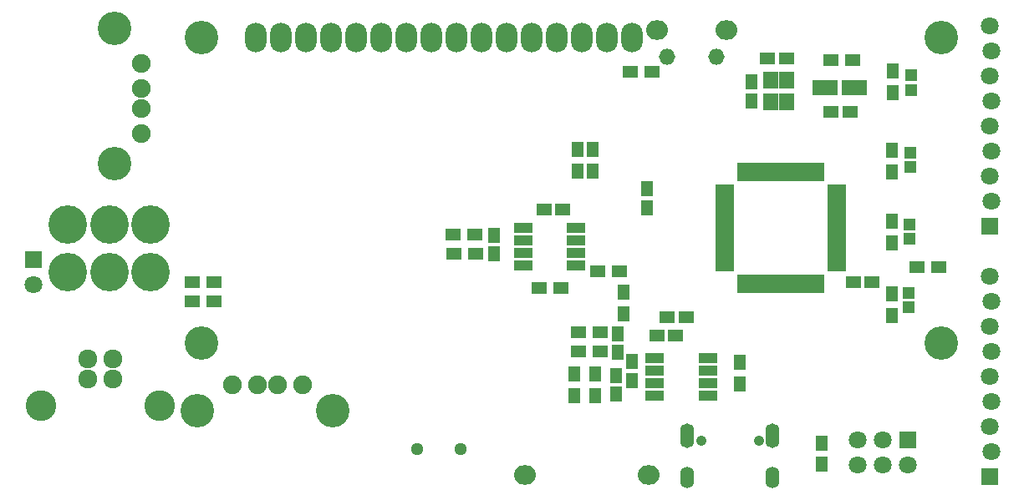
<source format=gbr>
G04 #@! TF.FileFunction,Soldermask,Bot*
%FSLAX46Y46*%
G04 Gerber Fmt 4.6, Leading zero omitted, Abs format (unit mm)*
G04 Created by KiCad (PCBNEW 4.0.5+dfsg1-4) date Sat Jun 10 16:26:04 2017*
%MOMM*%
%LPD*%
G01*
G04 APERTURE LIST*
%ADD10C,0.100000*%
%ADD11O,2.200000X3.000000*%
%ADD12C,3.400000*%
%ADD13R,1.600000X1.150000*%
%ADD14R,1.600000X1.300000*%
%ADD15C,3.900000*%
%ADD16O,1.400000X2.200000*%
%ADD17O,1.400000X2.500000*%
%ADD18C,1.050000*%
%ADD19R,1.150000X1.600000*%
%ADD20R,1.797000X1.797000*%
%ADD21C,1.797000*%
%ADD22R,1.197560X1.197560*%
%ADD23R,1.300000X1.600000*%
%ADD24R,1.900000X0.950000*%
%ADD25R,0.950000X1.900000*%
%ADD26R,1.950000X1.000000*%
%ADD27R,1.600000X1.800000*%
%ADD28R,2.550000X1.500000*%
%ADD29C,1.299160*%
%ADD30O,2.200000X1.950000*%
%ADD31C,1.901140*%
%ADD32C,3.399740*%
%ADD33C,1.924000*%
%ADD34C,3.100020*%
%ADD35O,1.650000X1.650000*%
G04 APERTURE END LIST*
D10*
D11*
X74000000Y-53000000D03*
X76540000Y-53000000D03*
X79080000Y-53000000D03*
X81620000Y-53000000D03*
X84160000Y-53000000D03*
X86700000Y-53000000D03*
X89240000Y-53000000D03*
X91780000Y-53000000D03*
X94320000Y-53000000D03*
X96860000Y-53000000D03*
X99400000Y-53000000D03*
X101940000Y-53000000D03*
X104480000Y-53000000D03*
X107020000Y-53000000D03*
X109560000Y-53000000D03*
X112100000Y-53000000D03*
D12*
X68500900Y-53000000D03*
X68500900Y-84000700D03*
X143499480Y-84000700D03*
X143499480Y-53000000D03*
D13*
X116550000Y-83200000D03*
X114650000Y-83200000D03*
D14*
X67600000Y-77825000D03*
X69800000Y-77825000D03*
X69800000Y-79775000D03*
X67600000Y-79775000D03*
D15*
X63400000Y-76800000D03*
X63400000Y-72000000D03*
X59200000Y-76800000D03*
X59200000Y-72000000D03*
X55000000Y-76800000D03*
X55000000Y-72000000D03*
D16*
X117760000Y-97590000D03*
X126400000Y-97590000D03*
D17*
X117760000Y-93410000D03*
X126400000Y-93410000D03*
D18*
X119190000Y-93910000D03*
X124970000Y-93910000D03*
D13*
X127769496Y-55141946D03*
X125869496Y-55141946D03*
D19*
X112100000Y-85850000D03*
X112100000Y-87750000D03*
X110500000Y-89150000D03*
X110500000Y-87250000D03*
X98200000Y-74950000D03*
X98200000Y-73050000D03*
X124219496Y-59391946D03*
X124219496Y-57491946D03*
X113700000Y-68350000D03*
X113700000Y-70250000D03*
D13*
X132300000Y-60500000D03*
X134200000Y-60500000D03*
D20*
X140040000Y-93830000D03*
D21*
X140040000Y-96370000D03*
X137500000Y-93830000D03*
X137500000Y-96370000D03*
X134960000Y-93830000D03*
X134960000Y-96370000D03*
D22*
X140200000Y-80374300D03*
X140200000Y-78875700D03*
X140247767Y-73435335D03*
X140247767Y-71936735D03*
X140347767Y-66135335D03*
X140347767Y-64636735D03*
X140447767Y-58335335D03*
X140447767Y-56836735D03*
D23*
X131400000Y-96300000D03*
X131400000Y-94100000D03*
X138447767Y-78986035D03*
X138447767Y-81186035D03*
X138447767Y-73786035D03*
X138447767Y-71586035D03*
X138447767Y-66586035D03*
X138447767Y-64386035D03*
X138547767Y-58586035D03*
X138547767Y-56386035D03*
D14*
X143230000Y-76280000D03*
X141030000Y-76280000D03*
D23*
X108200000Y-66500000D03*
X108200000Y-64300000D03*
X106600000Y-66500000D03*
X106600000Y-64300000D03*
D14*
X132300000Y-55300000D03*
X134500000Y-55300000D03*
X111940000Y-56440000D03*
X114140000Y-56440000D03*
X108900000Y-84800000D03*
X106700000Y-84800000D03*
X106700000Y-82900000D03*
X108900000Y-82900000D03*
D23*
X106300000Y-89300000D03*
X106300000Y-87100000D03*
X108400000Y-89300000D03*
X108400000Y-87100000D03*
D14*
X96300000Y-74900000D03*
X94100000Y-74900000D03*
X96200000Y-73000000D03*
X94000000Y-73000000D03*
X104900000Y-78400000D03*
X102700000Y-78400000D03*
D24*
X121500000Y-76300000D03*
X121500000Y-75500000D03*
X121500000Y-74700000D03*
X121500000Y-73900000D03*
X121500000Y-73100000D03*
X121500000Y-72300000D03*
X121500000Y-71500000D03*
X121500000Y-70700000D03*
X121500000Y-69900000D03*
X121500000Y-69100000D03*
X121500000Y-68300000D03*
D25*
X123200000Y-66600000D03*
X124000000Y-66600000D03*
X124800000Y-66600000D03*
X125600000Y-66600000D03*
X126400000Y-66600000D03*
X127200000Y-66600000D03*
X128000000Y-66600000D03*
X128800000Y-66600000D03*
X129600000Y-66600000D03*
X130400000Y-66600000D03*
X131200000Y-66600000D03*
D24*
X132900000Y-68300000D03*
X132900000Y-69100000D03*
X132900000Y-69900000D03*
X132900000Y-70700000D03*
X132900000Y-71500000D03*
X132900000Y-72300000D03*
X132900000Y-73100000D03*
X132900000Y-73900000D03*
X132900000Y-74700000D03*
X132900000Y-75500000D03*
X132900000Y-76300000D03*
D25*
X131200000Y-78000000D03*
X130400000Y-78000000D03*
X129600000Y-78000000D03*
X128800000Y-78000000D03*
X128000000Y-78000000D03*
X127200000Y-78000000D03*
X126400000Y-78000000D03*
X125600000Y-78000000D03*
X124800000Y-78000000D03*
X124000000Y-78000000D03*
X123200000Y-78000000D03*
D26*
X114450000Y-89355000D03*
X114450000Y-88085000D03*
X114450000Y-86815000D03*
X114450000Y-85545000D03*
X119850000Y-85545000D03*
X119850000Y-86815000D03*
X119850000Y-88085000D03*
X119850000Y-89355000D03*
D27*
X127819496Y-57341946D03*
X127819496Y-59541946D03*
X126219496Y-57341946D03*
X126219496Y-59541946D03*
D28*
X134675000Y-58100000D03*
X131725000Y-58100000D03*
D20*
X51500000Y-75530000D03*
D21*
X51500000Y-78070000D03*
D13*
X115720000Y-81380000D03*
X117620000Y-81380000D03*
X103250000Y-70400000D03*
X105150000Y-70400000D03*
X136480000Y-77810000D03*
X134580000Y-77810000D03*
D29*
X90400360Y-94749100D03*
X94799640Y-94749100D03*
D30*
X101299100Y-97337460D03*
X113850000Y-97337460D03*
D31*
X78772000Y-88200000D03*
X76232000Y-88200000D03*
X74200000Y-88200000D03*
X71660000Y-88200000D03*
D32*
X81820000Y-90867000D03*
X68104000Y-90867000D03*
D31*
X62402120Y-62712860D03*
X62402120Y-60172860D03*
X62402120Y-58140860D03*
X62402120Y-55600860D03*
D32*
X59735120Y-65760860D03*
X59735120Y-52044860D03*
D33*
X57000000Y-85600000D03*
X59540000Y-85600000D03*
X59540000Y-87598980D03*
X57000000Y-87598980D03*
D34*
X52270520Y-90299000D03*
X64269480Y-90299000D03*
D21*
X148400000Y-92420000D03*
X148521920Y-89880000D03*
X148400000Y-87340000D03*
X148521920Y-84800000D03*
X148400000Y-82260000D03*
X148521920Y-94960000D03*
X148521920Y-79720000D03*
D20*
X148400000Y-97500000D03*
D21*
X148400000Y-77180000D03*
X148400000Y-67020000D03*
X148521920Y-64480000D03*
X148400000Y-61940000D03*
X148521920Y-59400000D03*
X148400000Y-56860000D03*
X148521920Y-69560000D03*
X148521920Y-54320000D03*
D20*
X148400000Y-72100000D03*
D21*
X148400000Y-51780000D03*
D26*
X101100000Y-76105000D03*
X101100000Y-74835000D03*
X101100000Y-73565000D03*
X101100000Y-72295000D03*
X106500000Y-72295000D03*
X106500000Y-73565000D03*
X106500000Y-74835000D03*
X106500000Y-76105000D03*
D35*
X120700900Y-54962540D03*
X115700900Y-54962540D03*
D30*
X121700900Y-52262540D03*
X114700900Y-52262540D03*
D23*
X123100000Y-88100000D03*
X123100000Y-85900000D03*
X111300000Y-78800000D03*
X111300000Y-81000000D03*
D14*
X110900000Y-76700000D03*
X108700000Y-76700000D03*
D19*
X110700000Y-84950000D03*
X110700000Y-83050000D03*
M02*

</source>
